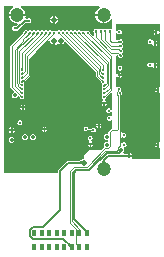
<source format=gbr>
%TF.GenerationSoftware,Altium Limited,Altium Designer,18.0.12 (696)*%
G04 Layer_Physical_Order=2*
G04 Layer_Color=39423*
%FSLAX45Y45*%
%MOMM*%
%TF.FileFunction,Copper,L2,Inr,Signal*%
%TF.Part,Single*%
G01*
G75*
%TA.AperFunction,Conductor*%
%ADD20C,0.15000*%
%ADD21C,0.07500*%
%ADD22C,0.20000*%
%ADD23C,0.07620*%
%ADD27C,0.05000*%
%TA.AperFunction,ComponentPad*%
G04:AMPARAMS|DCode=29|XSize=0.3mm|YSize=0.3mm|CornerRadius=0mm|HoleSize=0mm|Usage=FLASHONLY|Rotation=180.000|XOffset=0mm|YOffset=0mm|HoleType=Round|Shape=Octagon|*
%AMOCTAGOND29*
4,1,8,-0.15000,0.07500,-0.15000,-0.07500,-0.07500,-0.15000,0.07500,-0.15000,0.15000,-0.07500,0.15000,0.07500,0.07500,0.15000,-0.07500,0.15000,-0.15000,0.07500,0.0*
%
%ADD29OCTAGOND29*%

%ADD30O,0.40000X0.60000*%
%TA.AperFunction,ViaPad*%
%ADD31C,1.20000*%
%TA.AperFunction,ComponentPad*%
G04:AMPARAMS|DCode=32|XSize=0.3mm|YSize=0.3mm|CornerRadius=0mm|HoleSize=0mm|Usage=FLASHONLY|Rotation=90.000|XOffset=0mm|YOffset=0mm|HoleType=Round|Shape=Octagon|*
%AMOCTAGOND32*
4,1,8,0.07500,0.15000,-0.07500,0.15000,-0.15000,0.07500,-0.15000,-0.07500,-0.07500,-0.15000,0.07500,-0.15000,0.15000,-0.07500,0.15000,0.07500,0.07500,0.15000,0.0*
%
%ADD32OCTAGOND32*%

%TA.AperFunction,ViaPad*%
%ADD33C,0.25000*%
%ADD34C,0.30000*%
%ADD35C,0.50000*%
%TA.AperFunction,OtherPad,Pad gnd-u-gndupad (5.837mm,1.825mm)*%
G04:AMPARAMS|DCode=36|XSize=0.3mm|YSize=0.3mm|CornerRadius=0mm|HoleSize=0mm|Usage=FLASHONLY|Rotation=180.000|XOffset=0mm|YOffset=0mm|HoleType=Round|Shape=Octagon|*
%AMOCTAGOND36*
4,1,8,-0.15000,0.07500,-0.15000,-0.07500,-0.07500,-0.15000,0.07500,-0.15000,0.15000,-0.07500,0.15000,0.07500,0.07500,0.15000,-0.07500,0.15000,-0.15000,0.07500,0.0*
%
%ADD36OCTAGOND36*%

G36*
X-400040Y1449999D02*
X-397514Y1437299D01*
X-400302Y1436145D01*
X-414924Y1424925D01*
X-426144Y1410302D01*
X-433198Y1393274D01*
X-434616Y1382500D01*
X-295383D01*
X-296802Y1393274D01*
X-303855Y1410302D01*
X-315075Y1424925D01*
X-329698Y1436145D01*
X-332485Y1437299D01*
X-329959Y1449999D01*
X329959Y1449999D01*
X332485Y1437299D01*
X329698Y1436145D01*
X315076Y1424925D01*
X303856Y1410302D01*
X296802Y1393274D01*
X295384Y1382500D01*
X365000D01*
Y1375000D01*
X372500D01*
Y1305384D01*
X383274Y1306802D01*
X400302Y1313855D01*
X414925Y1325076D01*
X426145Y1339698D01*
X427299Y1342485D01*
X439999Y1339959D01*
Y1265966D01*
X427877Y1258883D01*
X427299Y1258940D01*
X420000Y1260392D01*
X412197Y1258840D01*
X405581Y1254420D01*
X394419D01*
X387804Y1258840D01*
X380000Y1260392D01*
X372197Y1258840D01*
X365581Y1254420D01*
X354419D01*
X347804Y1258840D01*
X340000Y1260392D01*
X332196Y1258840D01*
X325581Y1254420D01*
X314419D01*
X307804Y1258840D01*
X300000Y1260392D01*
X292197Y1258840D01*
X285581Y1254420D01*
X281160Y1247804D01*
X279608Y1240000D01*
X281160Y1232197D01*
X285016Y1226426D01*
X285401Y1225444D01*
X286174Y1224641D01*
X286684Y1224040D01*
X287095Y1223484D01*
X287417Y1222974D01*
X287662Y1222510D01*
X287823Y1222132D01*
Y1202355D01*
X275123Y1197095D01*
X251245Y1220973D01*
X251092Y1221352D01*
X250936Y1221856D01*
X250803Y1222445D01*
X250701Y1223127D01*
X250637Y1223913D01*
X250615Y1225028D01*
X250193Y1225995D01*
X248839Y1232801D01*
X244419Y1239417D01*
X237803Y1243837D01*
X230000Y1245389D01*
X222196Y1243837D01*
X215580Y1239417D01*
X209419D01*
X202803Y1243837D01*
X195000Y1245389D01*
X187196Y1243837D01*
X180581Y1239417D01*
X174419D01*
X167803Y1243837D01*
X160000Y1245389D01*
X152196Y1243837D01*
X145581Y1239417D01*
X139419D01*
X132803Y1243837D01*
X125000Y1245389D01*
X117196Y1243837D01*
X116881Y1243626D01*
X107500Y1240458D01*
X98119Y1243626D01*
X97803Y1243837D01*
X90000Y1245389D01*
X82196Y1243837D01*
X81881Y1243626D01*
X72500Y1240458D01*
X63119Y1243626D01*
X62804Y1243837D01*
X55000Y1245389D01*
X47196Y1243837D01*
X46881Y1243626D01*
X37500Y1240458D01*
X28119Y1243626D01*
X27804Y1243837D01*
X20000Y1245389D01*
X12196Y1243837D01*
X5581Y1239417D01*
X-581D01*
X-7196Y1243837D01*
X-15000Y1245389D01*
X-22804Y1243837D01*
X-23119Y1243626D01*
X-32500Y1240458D01*
X-41881Y1243626D01*
X-42196Y1243837D01*
X-50000Y1245389D01*
X-57804Y1243837D01*
X-64419Y1239417D01*
X-70581D01*
X-77196Y1243837D01*
X-85000Y1245389D01*
X-92803Y1243837D01*
X-99419Y1239417D01*
X-105581D01*
X-112196Y1243837D01*
X-120000Y1245389D01*
X-127803Y1243837D01*
X-134419Y1239417D01*
X-140581D01*
X-147196Y1243837D01*
X-155000Y1245389D01*
X-162803Y1243837D01*
X-169419Y1239417D01*
X-175581D01*
X-182196Y1243837D01*
X-190000Y1245389D01*
X-197803Y1243837D01*
X-204419Y1239417D01*
X-210580D01*
X-217196Y1243837D01*
X-225000Y1245389D01*
X-232803Y1243837D01*
X-239419Y1239417D01*
X-245580D01*
X-252196Y1243837D01*
X-259999Y1245389D01*
X-267803Y1243837D01*
X-278256Y1241355D01*
X-284871Y1245776D01*
X-292675Y1247328D01*
X-300479Y1245776D01*
X-307094Y1241355D01*
X-311515Y1234739D01*
X-312869Y1227933D01*
X-313291Y1226966D01*
X-313312Y1225851D01*
X-313377Y1225065D01*
X-313479Y1224383D01*
X-313612Y1223794D01*
X-313768Y1223290D01*
X-313920Y1222912D01*
X-419360Y1117471D01*
X-422927Y1108861D01*
Y765510D01*
X-419360Y756900D01*
X-391694Y729233D01*
X-396554Y717500D01*
X-399069D01*
X-410319Y706250D01*
Y683750D01*
X-399069Y672500D01*
X-376569D01*
X-365319Y683750D01*
X-352990Y687161D01*
X-349738Y685193D01*
X-346322Y682629D01*
X-345907Y682211D01*
X-345783Y681586D01*
X-345667Y680731D01*
X-345577Y679572D01*
X-344857Y678156D01*
X-343840Y673044D01*
X-339419Y666429D01*
X-332804Y662008D01*
X-325000Y660456D01*
X-317196Y662008D01*
X-310581Y666429D01*
X-306160Y673044D01*
X-304608Y680848D01*
X-306160Y688652D01*
X-310581Y695267D01*
Y698929D01*
X-306160Y705545D01*
X-304608Y713348D01*
X-306160Y721152D01*
X-310581Y727767D01*
Y731430D01*
X-306160Y738045D01*
X-304608Y745849D01*
X-306160Y753652D01*
X-310581Y760268D01*
Y763930D01*
X-306160Y770545D01*
X-304608Y778349D01*
X-306160Y786153D01*
X-310581Y792768D01*
Y796430D01*
X-306160Y803046D01*
X-305144Y808157D01*
X-304423Y809573D01*
X-304333Y810732D01*
X-304217Y811587D01*
X-304068Y812338D01*
X-303893Y812995D01*
X-303695Y813568D01*
X-303484Y814058D01*
X-261390Y856151D01*
X-257823Y864762D01*
Y999954D01*
X-100420Y1157356D01*
X-100228Y1157355D01*
X-87462Y1152354D01*
X-85719Y1143594D01*
X-77984Y1132016D01*
X-66406Y1124281D01*
X-60250Y1123056D01*
Y1157250D01*
X-45250D01*
Y1123056D01*
X-39094Y1124281D01*
X-27517Y1132016D01*
X-15096Y1127745D01*
X-12156Y1125781D01*
X-6000Y1124556D01*
Y1158750D01*
X9000D01*
Y1124556D01*
X15156Y1125781D01*
X26734Y1133516D01*
X33176Y1143158D01*
X46892Y1147403D01*
X297823Y896472D01*
Y862692D01*
X301390Y854081D01*
X342423Y813048D01*
X342634Y812559D01*
X342832Y811986D01*
X343008Y811329D01*
X343157Y810574D01*
X343272Y809722D01*
X343363Y808563D01*
X344083Y807147D01*
X345100Y802035D01*
X349520Y795420D01*
X355402Y791490D01*
X351161Y785142D01*
X349608Y777339D01*
X351161Y769535D01*
X355581Y762920D01*
Y759258D01*
X351161Y752642D01*
X349608Y744838D01*
X351161Y737035D01*
X355581Y730419D01*
Y726757D01*
X351161Y720142D01*
X349608Y712338D01*
X351161Y704535D01*
X355581Y697919D01*
Y694257D01*
X351161Y687641D01*
X349608Y679838D01*
X351161Y672034D01*
X355581Y665419D01*
X362082Y661075D01*
X362197Y660460D01*
X362220Y648736D01*
X362095Y648069D01*
X354779Y643181D01*
X349806Y635738D01*
X349551Y634459D01*
X392449D01*
X392194Y635738D01*
X387221Y643181D01*
X379779Y648153D01*
X379053Y648298D01*
X378015Y658852D01*
X378377Y661381D01*
X384420Y665419D01*
X388840Y672034D01*
X389856Y677145D01*
X390577Y678561D01*
X390668Y679721D01*
X390783Y680576D01*
X390932Y681326D01*
X391108Y681983D01*
X391306Y682557D01*
X391517Y683046D01*
X427299Y718828D01*
X439999Y713568D01*
Y582417D01*
X428218Y574639D01*
X427299Y574747D01*
X423509Y580418D01*
X416894Y584839D01*
X409090Y586391D01*
X401286Y584839D01*
X394671Y580418D01*
X390250Y573803D01*
X388698Y565999D01*
X390250Y558195D01*
X394671Y551580D01*
X401286Y547159D01*
X409090Y545607D01*
X416894Y547159D01*
X423509Y551580D01*
X427299Y557252D01*
X428218Y557359D01*
X439999Y549582D01*
X439999Y521445D01*
X435158Y518231D01*
X427299Y515836D01*
X422804Y518840D01*
X415000Y520392D01*
X407197Y518840D01*
X400581Y514419D01*
X396160Y507804D01*
X394608Y500000D01*
X396160Y492196D01*
X400581Y485581D01*
X407197Y481160D01*
X415000Y479608D01*
X422804Y481160D01*
X427299Y484164D01*
X435158Y481769D01*
X439999Y478555D01*
Y412427D01*
X433000D01*
X424390Y408860D01*
X409140Y393610D01*
X405573Y385000D01*
Y367127D01*
X402250Y365750D01*
X379750D01*
X368500Y354500D01*
Y332000D01*
X379750Y320750D01*
X402250D01*
X405573Y319374D01*
Y301876D01*
X402250Y300500D01*
X379750D01*
X368500Y289250D01*
Y266750D01*
X371965Y263285D01*
X370139Y254110D01*
X343758Y227729D01*
X244129Y228000D01*
X200000Y183871D01*
Y159946D01*
X199949Y159904D01*
X186292Y157187D01*
X174715Y149452D01*
X170999Y143889D01*
X170557Y143703D01*
X169121Y143232D01*
X167559Y142854D01*
X165861Y142574D01*
X164022Y142400D01*
X161792Y142333D01*
X161188Y142061D01*
X64968D01*
X58140Y140703D01*
X52351Y136835D01*
X-14367Y70117D01*
X-18235Y64328D01*
X-19593Y57500D01*
Y35000D01*
X-478251Y34999D01*
X-478250Y1449999D01*
X-400040D01*
D02*
G37*
G36*
X845000Y1234472D02*
X832300Y1233221D01*
X831194Y1238779D01*
X826222Y1246222D01*
X818779Y1251194D01*
X817500Y1251449D01*
Y1230000D01*
Y1208551D01*
X818779Y1208806D01*
X826222Y1213779D01*
X831194Y1221221D01*
X832300Y1226779D01*
X845000Y1225528D01*
Y768971D01*
X835423Y762334D01*
X832500Y761543D01*
Y740000D01*
Y718458D01*
X835423Y717666D01*
X845000Y711029D01*
Y306556D01*
X841365Y303417D01*
X833750Y299276D01*
Y276750D01*
Y254224D01*
X841365Y250083D01*
X845000Y246944D01*
Y155000D01*
X611710Y155000D01*
X606450Y167700D01*
X608750Y170000D01*
Y175000D01*
X583749D01*
Y182500D01*
X576402D01*
Y167805D01*
X574885Y169172D01*
X573212Y170395D01*
X571383Y171474D01*
X569397Y172410D01*
X567256Y173201D01*
X564958Y173849D01*
X562505Y174352D01*
X559895Y174712D01*
X557129Y174928D01*
X554207Y175000D01*
Y190000D01*
X557129Y190072D01*
X559895Y190288D01*
X562505Y190648D01*
X564958Y191151D01*
X567256Y191799D01*
X569397Y192590D01*
X571383Y193526D01*
X573212Y194605D01*
X574885Y195828D01*
X576249Y197057D01*
Y207500D01*
X571250D01*
X562731Y198981D01*
X561536Y198736D01*
X534546D01*
X529686Y211436D01*
X537500Y219250D01*
Y241750D01*
X534870Y244380D01*
X538364Y252957D01*
X540670Y256541D01*
X547554Y257910D01*
X554169Y262331D01*
X558590Y268946D01*
X560142Y276750D01*
X558590Y284554D01*
X554169Y291169D01*
X547554Y295590D01*
X539750Y297142D01*
X531946Y295590D01*
X526127Y291701D01*
X521896Y292625D01*
X513427Y296214D01*
Y333168D01*
X526127Y339875D01*
X527197Y339160D01*
X535000Y337608D01*
X542804Y339160D01*
X549420Y343581D01*
X553840Y350196D01*
X555392Y358000D01*
X553840Y365804D01*
X549420Y372419D01*
X542804Y376840D01*
X535000Y378392D01*
X527197Y376840D01*
X526127Y376125D01*
X513427Y382832D01*
Y696582D01*
X515669Y698081D01*
X520090Y704696D01*
X521642Y712500D01*
X520090Y720304D01*
X515669Y726919D01*
X509668Y733051D01*
X512590Y741197D01*
X514142Y749000D01*
X512590Y756804D01*
X508169Y763419D01*
X501554Y767840D01*
X493750Y769392D01*
X485946Y767840D01*
X482700Y765671D01*
X471576Y769965D01*
X470000Y771296D01*
Y846541D01*
X482700Y850393D01*
X483779Y848779D01*
X491221Y843806D01*
X492500Y843551D01*
Y865000D01*
Y886449D01*
X491221Y886194D01*
X483779Y881222D01*
X482700Y879607D01*
X470000Y883459D01*
Y1029063D01*
X482402Y1036034D01*
X482936Y1035802D01*
X483247Y1035640D01*
X483702Y1035357D01*
X484493Y1034761D01*
X489378Y1030261D01*
X489384Y1029971D01*
X489806Y1029004D01*
X491160Y1022197D01*
X495581Y1015581D01*
X502196Y1011161D01*
X510000Y1009609D01*
X517804Y1011161D01*
X524419Y1015581D01*
X528840Y1022197D01*
X530392Y1030000D01*
X528840Y1037804D01*
X524419Y1044420D01*
Y1055581D01*
X528840Y1062197D01*
X530392Y1070000D01*
X528840Y1077804D01*
X524419Y1084420D01*
Y1095582D01*
X528840Y1102197D01*
X530392Y1110001D01*
X528840Y1117804D01*
X524419Y1124420D01*
Y1135581D01*
X528840Y1142197D01*
X530392Y1150000D01*
X528840Y1157804D01*
X524419Y1164420D01*
X517804Y1168840D01*
X510000Y1170392D01*
X502196Y1168840D01*
X496426Y1164985D01*
X495444Y1164600D01*
X494640Y1163826D01*
X494040Y1163317D01*
X493483Y1162905D01*
X492974Y1162583D01*
X492509Y1162338D01*
X492132Y1162178D01*
X470000D01*
Y1217780D01*
X471467Y1218360D01*
X482700Y1219892D01*
X485581Y1215581D01*
X492196Y1211160D01*
X500000Y1209608D01*
X507804Y1211160D01*
X514419Y1215581D01*
X518840Y1222196D01*
X520392Y1230000D01*
X518840Y1237804D01*
X514419Y1244419D01*
X507804Y1248840D01*
X500000Y1250392D01*
X492196Y1248840D01*
X485581Y1244419D01*
X482700Y1240108D01*
X471467Y1241640D01*
X470000Y1242221D01*
Y1295000D01*
X845000Y1295000D01*
Y1234472D01*
D02*
G37*
G36*
X427800Y1230086D02*
X426950Y1229085D01*
X426200Y1228070D01*
X425550Y1227041D01*
X425000Y1225999D01*
X424550Y1224942D01*
X424200Y1223871D01*
X423950Y1222787D01*
X423800Y1221688D01*
X423750Y1220576D01*
X416250D01*
X416200Y1221688D01*
X416050Y1222787D01*
X415800Y1223871D01*
X415450Y1224942D01*
X415000Y1225999D01*
X414450Y1227041D01*
X413800Y1228070D01*
X413050Y1229085D01*
X412200Y1230086D01*
X411250Y1231073D01*
X428750D01*
X427800Y1230086D01*
D02*
G37*
G36*
X387800D02*
X386950Y1229085D01*
X386200Y1228070D01*
X385550Y1227041D01*
X385000Y1225999D01*
X384550Y1224942D01*
X384200Y1223871D01*
X383950Y1222787D01*
X383800Y1221688D01*
X383750Y1220576D01*
X376250D01*
X376200Y1221688D01*
X376050Y1222787D01*
X375800Y1223871D01*
X375450Y1224942D01*
X375000Y1225999D01*
X374450Y1227041D01*
X373800Y1228070D01*
X373050Y1229085D01*
X372200Y1230086D01*
X371250Y1231073D01*
X388750D01*
X387800Y1230086D01*
D02*
G37*
G36*
X347800D02*
X346950Y1229085D01*
X346200Y1228070D01*
X345550Y1227041D01*
X345000Y1225999D01*
X344550Y1224942D01*
X344200Y1223871D01*
X343950Y1222787D01*
X343800Y1221688D01*
X343750Y1220576D01*
X336250D01*
X336200Y1221688D01*
X336050Y1222787D01*
X335800Y1223871D01*
X335450Y1224942D01*
X335000Y1225999D01*
X334450Y1227041D01*
X333800Y1228070D01*
X333050Y1229085D01*
X332200Y1230086D01*
X331250Y1231073D01*
X348750D01*
X347800Y1230086D01*
D02*
G37*
G36*
X307800D02*
X306950Y1229085D01*
X306200Y1228070D01*
X305550Y1227041D01*
X305000Y1225999D01*
X304550Y1224942D01*
X304200Y1223871D01*
X303950Y1222787D01*
X303800Y1221688D01*
X303750Y1220576D01*
X296250D01*
X296200Y1221688D01*
X296050Y1222787D01*
X295800Y1223871D01*
X295450Y1224942D01*
X295000Y1225999D01*
X294450Y1227041D01*
X293800Y1228070D01*
X293050Y1229085D01*
X292200Y1230086D01*
X291250Y1231073D01*
X308750D01*
X307800Y1230086D01*
D02*
G37*
G36*
X-292800Y1214436D02*
X-294170Y1214410D01*
X-295479Y1214303D01*
X-296727Y1214116D01*
X-297914Y1213848D01*
X-299040Y1213500D01*
X-300106Y1213071D01*
X-301110Y1212561D01*
X-302054Y1211971D01*
X-302936Y1211300D01*
X-303758Y1210549D01*
X-309062Y1215853D01*
X-308311Y1216674D01*
X-307640Y1217557D01*
X-307050Y1218501D01*
X-306540Y1219505D01*
X-306111Y1220571D01*
X-305763Y1221697D01*
X-305495Y1222884D01*
X-305307Y1224132D01*
X-305201Y1225441D01*
X-305174Y1226811D01*
X-292800Y1214436D01*
D02*
G37*
G36*
X242525Y1223503D02*
X242632Y1222194D01*
X242819Y1220946D01*
X243087Y1219759D01*
X243436Y1218633D01*
X243865Y1217567D01*
X244374Y1216563D01*
X244964Y1215619D01*
X245635Y1214736D01*
X246386Y1213914D01*
X241083Y1208611D01*
X240261Y1209362D01*
X239378Y1210033D01*
X238434Y1210623D01*
X237430Y1211132D01*
X236365Y1211561D01*
X235238Y1211910D01*
X234051Y1212178D01*
X232803Y1212365D01*
X231494Y1212472D01*
X230125Y1212498D01*
X242499Y1224873D01*
X242525Y1223503D01*
D02*
G37*
G36*
X207525D02*
X207632Y1222194D01*
X207819Y1220946D01*
X208087Y1219759D01*
X208436Y1218633D01*
X208865Y1217567D01*
X209374Y1216563D01*
X209965Y1215619D01*
X210635Y1214736D01*
X211386Y1213914D01*
X206083Y1208611D01*
X205261Y1209362D01*
X204378Y1210033D01*
X203434Y1210623D01*
X202430Y1211132D01*
X201365Y1211561D01*
X200238Y1211910D01*
X199051Y1212178D01*
X197803Y1212365D01*
X196494Y1212472D01*
X195125Y1212498D01*
X207499Y1224873D01*
X207525Y1223503D01*
D02*
G37*
G36*
X172525D02*
X172632Y1222194D01*
X172820Y1220946D01*
X173087Y1219759D01*
X173436Y1218633D01*
X173865Y1217567D01*
X174374Y1216563D01*
X174965Y1215619D01*
X175635Y1214736D01*
X176386Y1213914D01*
X171083Y1208611D01*
X170261Y1209362D01*
X169378Y1210033D01*
X168435Y1210623D01*
X167430Y1211132D01*
X166365Y1211561D01*
X165238Y1211910D01*
X164051Y1212178D01*
X162803Y1212365D01*
X161494Y1212472D01*
X160125Y1212498D01*
X172499Y1224873D01*
X172525Y1223503D01*
D02*
G37*
G36*
X137525D02*
X137632Y1222194D01*
X137820Y1220946D01*
X138087Y1219759D01*
X138436Y1218633D01*
X138865Y1217567D01*
X139374Y1216563D01*
X139965Y1215619D01*
X140635Y1214736D01*
X141386Y1213914D01*
X136083Y1208611D01*
X135261Y1209362D01*
X134378Y1210033D01*
X133435Y1210623D01*
X132430Y1211132D01*
X131365Y1211561D01*
X130239Y1211910D01*
X129051Y1212178D01*
X127803Y1212365D01*
X126495Y1212472D01*
X125125Y1212498D01*
X137499Y1224873D01*
X137525Y1223503D01*
D02*
G37*
G36*
X102525D02*
X102632Y1222194D01*
X102820Y1220946D01*
X103087Y1219759D01*
X103436Y1218633D01*
X103865Y1217567D01*
X104374Y1216563D01*
X104965Y1215619D01*
X105635Y1214736D01*
X106386Y1213914D01*
X101083Y1208611D01*
X100261Y1209362D01*
X99379Y1210033D01*
X98435Y1210623D01*
X97430Y1211132D01*
X96365Y1211561D01*
X95239Y1211910D01*
X94051Y1212178D01*
X92803Y1212365D01*
X91495Y1212472D01*
X90125Y1212498D01*
X102499Y1224873D01*
X102525Y1223503D01*
D02*
G37*
G36*
X67525D02*
X67632Y1222194D01*
X67820Y1220946D01*
X68087Y1219759D01*
X68436Y1218633D01*
X68865Y1217567D01*
X69375Y1216563D01*
X69965Y1215619D01*
X70635Y1214736D01*
X71386Y1213914D01*
X66083Y1208611D01*
X65261Y1209362D01*
X64379Y1210033D01*
X63435Y1210623D01*
X62430Y1211132D01*
X61365Y1211561D01*
X60239Y1211910D01*
X59051Y1212178D01*
X57804Y1212365D01*
X56495Y1212472D01*
X55125Y1212498D01*
X67499Y1224873D01*
X67525Y1223503D01*
D02*
G37*
G36*
X32525D02*
X32632Y1222194D01*
X32820Y1220946D01*
X33088Y1219759D01*
X33436Y1218633D01*
X33865Y1217567D01*
X34375Y1216563D01*
X34965Y1215619D01*
X35635Y1214736D01*
X36387Y1213914D01*
X31083Y1208611D01*
X30261Y1209362D01*
X29379Y1210033D01*
X28435Y1210623D01*
X27430Y1211132D01*
X26365Y1211561D01*
X25239Y1211910D01*
X24052Y1212178D01*
X22804Y1212365D01*
X21495Y1212472D01*
X20125Y1212498D01*
X32499Y1224873D01*
X32525Y1223503D01*
D02*
G37*
G36*
X-2474D02*
X-2368Y1222194D01*
X-2180Y1220946D01*
X-1912Y1219759D01*
X-1564Y1218633D01*
X-1135Y1217567D01*
X-625Y1216563D01*
X-35Y1215619D01*
X636Y1214736D01*
X1387Y1213914D01*
X-3917Y1208611D01*
X-4739Y1209362D01*
X-5621Y1210033D01*
X-6565Y1210623D01*
X-7569Y1211132D01*
X-8635Y1211561D01*
X-9761Y1211910D01*
X-10948Y1212178D01*
X-12196Y1212365D01*
X-13505Y1212472D01*
X-14875Y1212498D01*
X-2501Y1224873D01*
X-2474Y1223503D01*
D02*
G37*
G36*
X-50125Y1212498D02*
X-51495Y1212472D01*
X-52804Y1212365D01*
X-54051Y1212178D01*
X-55239Y1211910D01*
X-56365Y1211561D01*
X-57430Y1211132D01*
X-58435Y1210623D01*
X-59379Y1210033D01*
X-60261Y1209362D01*
X-61083Y1208611D01*
X-66386Y1213914D01*
X-65635Y1214736D01*
X-64965Y1215619D01*
X-64375Y1216563D01*
X-63865Y1217567D01*
X-63436Y1218633D01*
X-63088Y1219759D01*
X-62820Y1220946D01*
X-62632Y1222194D01*
X-62525Y1223503D01*
X-62499Y1224873D01*
X-50125Y1212498D01*
D02*
G37*
G36*
X-85125D02*
X-86495Y1212472D01*
X-87803Y1212365D01*
X-89051Y1212178D01*
X-90239Y1211910D01*
X-91365Y1211561D01*
X-92430Y1211132D01*
X-93435Y1210623D01*
X-94379Y1210033D01*
X-95261Y1209362D01*
X-96083Y1208611D01*
X-101386Y1213914D01*
X-100635Y1214736D01*
X-99965Y1215619D01*
X-99374Y1216563D01*
X-98865Y1217567D01*
X-98436Y1218633D01*
X-98087Y1219759D01*
X-97820Y1220946D01*
X-97632Y1222194D01*
X-97525Y1223503D01*
X-97499Y1224873D01*
X-85125Y1212498D01*
D02*
G37*
G36*
X-120125D02*
X-121495Y1212472D01*
X-122803Y1212365D01*
X-124051Y1212178D01*
X-125239Y1211910D01*
X-126365Y1211561D01*
X-127430Y1211132D01*
X-128435Y1210623D01*
X-129378Y1210033D01*
X-130261Y1209362D01*
X-131083Y1208611D01*
X-136386Y1213914D01*
X-135635Y1214736D01*
X-134965Y1215619D01*
X-134374Y1216563D01*
X-133865Y1217567D01*
X-133436Y1218633D01*
X-133087Y1219759D01*
X-132820Y1220946D01*
X-132632Y1222194D01*
X-132525Y1223503D01*
X-132499Y1224873D01*
X-120125Y1212498D01*
D02*
G37*
G36*
X-155125D02*
X-156494Y1212472D01*
X-157803Y1212365D01*
X-159051Y1212178D01*
X-160238Y1211910D01*
X-161365Y1211561D01*
X-162430Y1211132D01*
X-163435Y1210623D01*
X-164378Y1210033D01*
X-165261Y1209362D01*
X-166083Y1208611D01*
X-171386Y1213914D01*
X-170635Y1214736D01*
X-169965Y1215619D01*
X-169374Y1216563D01*
X-168865Y1217567D01*
X-168436Y1218633D01*
X-168087Y1219759D01*
X-167820Y1220946D01*
X-167632Y1222194D01*
X-167525Y1223503D01*
X-167499Y1224873D01*
X-155125Y1212498D01*
D02*
G37*
G36*
X-190125D02*
X-191494Y1212472D01*
X-192803Y1212365D01*
X-194051Y1212178D01*
X-195238Y1211910D01*
X-196365Y1211561D01*
X-197430Y1211132D01*
X-198434Y1210623D01*
X-199378Y1210033D01*
X-200261Y1209362D01*
X-201083Y1208611D01*
X-206386Y1213914D01*
X-205635Y1214736D01*
X-204965Y1215619D01*
X-204374Y1216563D01*
X-203865Y1217567D01*
X-203436Y1218633D01*
X-203087Y1219759D01*
X-202820Y1220946D01*
X-202632Y1222194D01*
X-202525Y1223503D01*
X-202499Y1224873D01*
X-190125Y1212498D01*
D02*
G37*
G36*
X-225125D02*
X-226494Y1212472D01*
X-227803Y1212365D01*
X-229051Y1212178D01*
X-230238Y1211910D01*
X-231365Y1211561D01*
X-232430Y1211132D01*
X-233434Y1210623D01*
X-234378Y1210033D01*
X-235261Y1209362D01*
X-236083Y1208611D01*
X-241386Y1213914D01*
X-240635Y1214736D01*
X-239964Y1215619D01*
X-239374Y1216563D01*
X-238865Y1217567D01*
X-238436Y1218633D01*
X-238087Y1219759D01*
X-237819Y1220946D01*
X-237632Y1222194D01*
X-237525Y1223503D01*
X-237499Y1224873D01*
X-225125Y1212498D01*
D02*
G37*
G36*
X-260124D02*
X-261494Y1212472D01*
X-262803Y1212365D01*
X-264051Y1212178D01*
X-265238Y1211910D01*
X-266364Y1211561D01*
X-267430Y1211132D01*
X-268434Y1210623D01*
X-269378Y1210033D01*
X-270261Y1209362D01*
X-271083Y1208611D01*
X-276386Y1213914D01*
X-275635Y1214736D01*
X-274964Y1215619D01*
X-274374Y1216563D01*
X-273865Y1217567D01*
X-273436Y1218633D01*
X-273087Y1219759D01*
X-272819Y1220946D01*
X-272632Y1222194D01*
X-272525Y1223503D01*
X-272499Y1224873D01*
X-260124Y1212498D01*
D02*
G37*
G36*
X501073Y1141250D02*
X500086Y1142200D01*
X499085Y1143051D01*
X498070Y1143800D01*
X497041Y1144450D01*
X495998Y1145001D01*
X494942Y1145450D01*
X493871Y1145800D01*
X492787Y1146051D01*
X491688Y1146200D01*
X490576Y1146250D01*
Y1153751D01*
X491688Y1153801D01*
X492787Y1153950D01*
X493871Y1154201D01*
X494942Y1154551D01*
X495998Y1155000D01*
X497041Y1155551D01*
X498070Y1156201D01*
X499085Y1156950D01*
X500086Y1157801D01*
X501073Y1158751D01*
Y1141250D01*
D02*
G37*
G36*
Y1101251D02*
X500086Y1102200D01*
X499085Y1103051D01*
X498070Y1103800D01*
X497041Y1104450D01*
X495998Y1105001D01*
X494942Y1105450D01*
X493871Y1105800D01*
X492787Y1106051D01*
X491688Y1106200D01*
X490576Y1106251D01*
Y1113751D01*
X491688Y1113801D01*
X492787Y1113951D01*
X493871Y1114201D01*
X494942Y1114551D01*
X495998Y1115001D01*
X497041Y1115551D01*
X498070Y1116201D01*
X499085Y1116951D01*
X500086Y1117801D01*
X501073Y1118751D01*
Y1101251D01*
D02*
G37*
G36*
X499739Y1085636D02*
X500621Y1084965D01*
X501565Y1084375D01*
X502569Y1083865D01*
X503635Y1083436D01*
X504761Y1083088D01*
X505948Y1082820D01*
X507196Y1082633D01*
X508505Y1082526D01*
X509875Y1082500D01*
X497501Y1070125D01*
X497474Y1071495D01*
X497368Y1072804D01*
X497180Y1074052D01*
X496912Y1075239D01*
X496564Y1076365D01*
X496135Y1077431D01*
X495625Y1078435D01*
X495035Y1079379D01*
X494365Y1080262D01*
X493613Y1081084D01*
X498917Y1086387D01*
X499739Y1085636D01*
D02*
G37*
G36*
Y1045636D02*
X500621Y1044965D01*
X501565Y1044375D01*
X502569Y1043866D01*
X503635Y1043437D01*
X504761Y1043088D01*
X505948Y1042820D01*
X507196Y1042633D01*
X508505Y1042526D01*
X509875Y1042500D01*
X497501Y1030125D01*
X497474Y1031495D01*
X497368Y1032804D01*
X497180Y1034052D01*
X496912Y1035239D01*
X496564Y1036365D01*
X496135Y1037431D01*
X495625Y1038435D01*
X495035Y1039379D01*
X494365Y1040262D01*
X493613Y1041084D01*
X498917Y1046387D01*
X499739Y1045636D01*
D02*
G37*
G36*
X367740Y930185D02*
X367890Y929086D01*
X368140Y928002D01*
X368490Y926931D01*
X368940Y925874D01*
X369490Y924832D01*
X370140Y923803D01*
X370890Y922788D01*
X371740Y921787D01*
X372690Y920800D01*
X355190D01*
X356139Y921787D01*
X356990Y922788D01*
X357739Y923803D01*
X358389Y924832D01*
X358940Y925874D01*
X359389Y926931D01*
X359739Y928002D01*
X359990Y929086D01*
X360139Y930185D01*
X360190Y931297D01*
X367690D01*
X367740Y930185D01*
D02*
G37*
G36*
X-321200Y926662D02*
X-321050Y925564D01*
X-320800Y924479D01*
X-320450Y923409D01*
X-320000Y922352D01*
X-319450Y921309D01*
X-318800Y920280D01*
X-318050Y919265D01*
X-317200Y918264D01*
X-316250Y917277D01*
X-333750D01*
X-332800Y918264D01*
X-331950Y919265D01*
X-331200Y920280D01*
X-330550Y921309D01*
X-330000Y922352D01*
X-329550Y923409D01*
X-329200Y924479D01*
X-328950Y925564D01*
X-328800Y926662D01*
X-328750Y927774D01*
X-321250D01*
X-321200Y926662D01*
D02*
G37*
G36*
X-308260Y886199D02*
X-309003Y885389D01*
X-309675Y884514D01*
X-310277Y883576D01*
X-310808Y882573D01*
X-311269Y881505D01*
X-311660Y880374D01*
X-311980Y879178D01*
X-312229Y877918D01*
X-312408Y876594D01*
X-312517Y875206D01*
X-324106Y888318D01*
X-322762Y888265D01*
X-321474Y888301D01*
X-320243Y888428D01*
X-319069Y888646D01*
X-317952Y888954D01*
X-316892Y889351D01*
X-315889Y889839D01*
X-314942Y890418D01*
X-314053Y891086D01*
X-313221Y891845D01*
X-308260Y886199D01*
D02*
G37*
G36*
X349901Y890475D02*
X350784Y889805D01*
X351728Y889215D01*
X352732Y888705D01*
X353797Y888276D01*
X354924Y887928D01*
X356111Y887660D01*
X357359Y887472D01*
X358668Y887366D01*
X360037Y887339D01*
X347663Y874965D01*
X347637Y876335D01*
X347530Y877644D01*
X347342Y878892D01*
X347075Y880079D01*
X346726Y881205D01*
X346297Y882271D01*
X345788Y883275D01*
X345197Y884219D01*
X344527Y885101D01*
X343776Y885923D01*
X349079Y891227D01*
X349901Y890475D01*
D02*
G37*
G36*
X-308209Y853580D02*
X-308957Y852766D01*
X-309634Y851890D01*
X-310241Y850952D01*
X-310778Y849952D01*
X-311244Y848889D01*
X-311640Y847765D01*
X-311966Y846578D01*
X-312221Y845329D01*
X-312406Y844018D01*
X-312520Y842646D01*
X-324047Y855813D01*
X-322719Y855755D01*
X-321445Y855788D01*
X-320226Y855913D01*
X-319062Y856129D01*
X-317952Y856437D01*
X-316897Y856836D01*
X-315896Y857326D01*
X-314950Y857907D01*
X-314058Y858580D01*
X-313221Y859345D01*
X-308209Y853580D01*
D02*
G37*
G36*
X350880Y855918D02*
X351779Y855258D01*
X352718Y854718D01*
X353695Y854300D01*
X354712Y854002D01*
X355767Y853825D01*
X356862Y853768D01*
X357995Y853832D01*
X359168Y854017D01*
X360380Y854322D01*
X351889Y839020D01*
X351477Y840420D01*
X350557Y843005D01*
X350048Y844190D01*
X348935Y846343D01*
X348330Y847313D01*
X347693Y848210D01*
X347023Y849035D01*
X346322Y849789D01*
X350019Y856699D01*
X350880Y855918D01*
D02*
G37*
G36*
X-308260Y821198D02*
X-309003Y820388D01*
X-309675Y819513D01*
X-310277Y818575D01*
X-310808Y817572D01*
X-311269Y816505D01*
X-311660Y815374D01*
X-311980Y814178D01*
X-312229Y812918D01*
X-312408Y811593D01*
X-312517Y810205D01*
X-324106Y823317D01*
X-322762Y823264D01*
X-321474Y823301D01*
X-320243Y823428D01*
X-319069Y823645D01*
X-317952Y823953D01*
X-316892Y824351D01*
X-315889Y824839D01*
X-314942Y825417D01*
X-314053Y826085D01*
X-313221Y826844D01*
X-308260Y821198D01*
D02*
G37*
G36*
X352993Y825076D02*
X353882Y824407D01*
X354828Y823829D01*
X355832Y823341D01*
X356892Y822943D01*
X358009Y822635D01*
X359183Y822418D01*
X360414Y822291D01*
X361701Y822254D01*
X363046Y822307D01*
X351456Y809195D01*
X351348Y810584D01*
X351169Y811908D01*
X350919Y813168D01*
X350599Y814364D01*
X350209Y815495D01*
X349748Y816562D01*
X349217Y817565D01*
X348615Y818504D01*
X347943Y819378D01*
X347200Y820188D01*
X352161Y825834D01*
X352993Y825076D01*
D02*
G37*
G36*
X-335947Y793585D02*
X-335058Y792917D01*
X-334112Y792339D01*
X-333109Y791850D01*
X-332048Y791453D01*
X-330931Y791145D01*
X-329757Y790928D01*
X-328526Y790801D01*
X-327239Y790764D01*
X-325894Y790817D01*
X-337483Y777705D01*
X-337592Y779093D01*
X-337771Y780418D01*
X-338020Y781677D01*
X-338340Y782873D01*
X-338731Y784005D01*
X-339192Y785072D01*
X-339723Y786075D01*
X-340325Y787013D01*
X-340997Y787888D01*
X-341740Y788698D01*
X-336779Y794344D01*
X-335947Y793585D01*
D02*
G37*
G36*
X386387Y788422D02*
X385636Y787600D01*
X384965Y786718D01*
X384375Y785774D01*
X383865Y784769D01*
X383436Y783704D01*
X383088Y782578D01*
X382820Y781390D01*
X382633Y780142D01*
X382526Y778834D01*
X382500Y777464D01*
X370125Y789838D01*
X371495Y789864D01*
X372804Y789971D01*
X374052Y790159D01*
X375239Y790426D01*
X376365Y790775D01*
X377431Y791204D01*
X378435Y791713D01*
X379379Y792304D01*
X380262Y792974D01*
X381084Y793725D01*
X386387Y788422D01*
D02*
G37*
G36*
X386740Y755187D02*
X385997Y754377D01*
X385325Y753503D01*
X384723Y752564D01*
X384192Y751561D01*
X383731Y750494D01*
X383341Y749363D01*
X383021Y748167D01*
X382771Y746907D01*
X382592Y745583D01*
X382484Y744194D01*
X370894Y757307D01*
X372239Y757253D01*
X373527Y757290D01*
X374757Y757417D01*
X375931Y757635D01*
X377049Y757942D01*
X378109Y758340D01*
X379112Y758828D01*
X380058Y759406D01*
X380947Y760075D01*
X381780Y760833D01*
X386740Y755187D01*
D02*
G37*
G36*
X-335947Y761085D02*
X-335058Y760416D01*
X-334112Y759838D01*
X-333109Y759350D01*
X-332048Y758952D01*
X-330931Y758645D01*
X-329757Y758427D01*
X-328526Y758300D01*
X-327239Y758263D01*
X-325894Y758317D01*
X-337483Y745205D01*
X-337592Y746593D01*
X-337771Y747917D01*
X-338020Y749177D01*
X-338340Y750373D01*
X-338731Y751504D01*
X-339192Y752572D01*
X-339723Y753574D01*
X-340325Y754513D01*
X-340997Y755387D01*
X-341740Y756197D01*
X-336779Y761844D01*
X-335947Y761085D01*
D02*
G37*
G36*
X493333Y736507D02*
X493175Y736483D01*
X493033Y736399D01*
X492908Y736256D01*
X492800Y736053D01*
X492708Y735791D01*
X492633Y735469D01*
X492575Y735088D01*
X492533Y734648D01*
X492500Y733588D01*
X485000D01*
X484873Y740199D01*
X493333Y736507D01*
D02*
G37*
G36*
X386740Y722687D02*
X385997Y721877D01*
X385325Y721002D01*
X384723Y720064D01*
X384192Y719061D01*
X383731Y717994D01*
X383341Y716862D01*
X383021Y715667D01*
X382771Y714407D01*
X382592Y713082D01*
X382484Y711694D01*
X370894Y724806D01*
X372239Y724753D01*
X373527Y724790D01*
X374757Y724917D01*
X375931Y725134D01*
X377049Y725442D01*
X378109Y725840D01*
X379112Y726328D01*
X380058Y726906D01*
X380947Y727574D01*
X381780Y728333D01*
X386740Y722687D01*
D02*
G37*
G36*
X-335947Y728585D02*
X-335058Y727916D01*
X-334112Y727338D01*
X-333109Y726850D01*
X-332048Y726452D01*
X-330931Y726144D01*
X-329757Y725927D01*
X-328526Y725800D01*
X-327239Y725763D01*
X-325894Y725816D01*
X-337483Y712704D01*
X-337592Y714093D01*
X-337771Y715417D01*
X-338020Y716677D01*
X-338340Y717873D01*
X-338731Y719004D01*
X-339192Y720071D01*
X-339723Y721074D01*
X-340325Y722013D01*
X-340997Y722887D01*
X-341740Y723697D01*
X-336779Y729343D01*
X-335947Y728585D01*
D02*
G37*
G36*
X386740Y690187D02*
X385997Y689377D01*
X385325Y688502D01*
X384723Y687564D01*
X384192Y686561D01*
X383731Y685493D01*
X383341Y684362D01*
X383021Y683166D01*
X382771Y681906D01*
X382592Y680582D01*
X382484Y679194D01*
X370894Y692306D01*
X372239Y692253D01*
X373527Y692289D01*
X374757Y692416D01*
X375931Y692634D01*
X377049Y692941D01*
X378109Y693339D01*
X379112Y693827D01*
X380058Y694406D01*
X380947Y695074D01*
X381780Y695833D01*
X386740Y690187D01*
D02*
G37*
G36*
X-335947Y696084D02*
X-335058Y695416D01*
X-334112Y694838D01*
X-333109Y694349D01*
X-332048Y693952D01*
X-330931Y693644D01*
X-329757Y693427D01*
X-328526Y693300D01*
X-327239Y693263D01*
X-325894Y693316D01*
X-337483Y680204D01*
X-337592Y681592D01*
X-337771Y682917D01*
X-338020Y684176D01*
X-338340Y685372D01*
X-338731Y686504D01*
X-339192Y687571D01*
X-339723Y688574D01*
X-340325Y689512D01*
X-340997Y690387D01*
X-341740Y691197D01*
X-336779Y696843D01*
X-335947Y696084D01*
D02*
G37*
G36*
X517762Y216110D02*
X517001Y216592D01*
X516026Y216730D01*
X514839Y216525D01*
X513438Y215974D01*
X511823Y215080D01*
X509996Y213842D01*
X507955Y212259D01*
X503234Y208062D01*
X500553Y205447D01*
X489947Y216053D01*
X492562Y218734D01*
X498342Y225496D01*
X499580Y227323D01*
X500474Y228938D01*
X501025Y230339D01*
X501230Y231526D01*
X501092Y232501D01*
X500610Y233262D01*
X517762Y216110D01*
D02*
G37*
G36*
X372536Y142620D02*
X372823Y139411D01*
X373074Y138083D01*
X373396Y136937D01*
X373790Y135976D01*
X374256Y135198D01*
X374794Y134604D01*
X375403Y134194D01*
X376084Y133967D01*
X353917D01*
X354597Y134194D01*
X355207Y134604D01*
X355744Y135198D01*
X356210Y135976D01*
X356604Y136937D01*
X356927Y138083D01*
X357178Y139411D01*
X357357Y140924D01*
X357464Y142620D01*
X357500Y144500D01*
X372500D01*
X372536Y142620D01*
D02*
G37*
G36*
X182095Y106718D02*
X180571Y108143D01*
X178940Y109418D01*
X177202Y110543D01*
X175357Y111518D01*
X173405Y112343D01*
X171345Y113018D01*
X169179Y113543D01*
X166905Y113918D01*
X164524Y114143D01*
X162036Y114218D01*
Y134218D01*
X164524Y134293D01*
X166905Y134518D01*
X169179Y134893D01*
X171345Y135418D01*
X173405Y136093D01*
X175357Y136918D01*
X177202Y137893D01*
X178940Y139018D01*
X180571Y140293D01*
X182095Y141718D01*
Y106718D01*
D02*
G37*
G36*
X164243Y-438666D02*
X164477Y-441700D01*
X164618Y-442441D01*
X164790Y-443048D01*
X164993Y-443520D01*
X165228Y-443857D01*
X165494Y-444059D01*
X165791Y-444127D01*
X155163D01*
X155460Y-444059D01*
X155726Y-443857D01*
X155961Y-443520D01*
X156164Y-443048D01*
X156336Y-442441D01*
X156477Y-441700D01*
X156586Y-440823D01*
X156711Y-438666D01*
X156727Y-437385D01*
X164227D01*
X164243Y-438666D01*
D02*
G37*
G36*
X210891Y-436051D02*
X216199Y-440540D01*
X218582Y-442205D01*
X220783Y-443483D01*
X222802Y-444376D01*
X224640Y-444882D01*
X226297Y-445002D01*
X227773Y-444735D01*
X229067Y-444082D01*
X204504Y-461347D01*
X205516Y-460389D01*
X206117Y-459228D01*
X206306Y-457862D01*
X206085Y-456293D01*
X205452Y-454520D01*
X204408Y-452543D01*
X202953Y-450363D01*
X201087Y-447978D01*
X198810Y-445390D01*
X196122Y-442598D01*
X207965Y-433227D01*
X210891Y-436051D01*
D02*
G37*
G36*
X140284Y-566591D02*
X141381Y-567532D01*
X142386Y-568275D01*
X143297Y-568822D01*
X144116Y-569170D01*
X144841Y-569321D01*
X145473Y-569275D01*
X146012Y-569031D01*
X146458Y-568590D01*
X146811Y-567951D01*
X140701Y-582666D01*
X140917Y-581932D01*
X140977Y-581143D01*
X140883Y-580299D01*
X140634Y-579400D01*
X140230Y-578446D01*
X139671Y-577437D01*
X138957Y-576373D01*
X138088Y-575254D01*
X137064Y-574080D01*
X135885Y-572852D01*
X139093Y-565453D01*
X140284Y-566591D01*
D02*
G37*
G36*
X74989Y-555821D02*
X81711Y-561431D01*
X84613Y-563359D01*
X87208Y-564703D01*
X89496Y-565462D01*
X91479Y-565637D01*
X93155Y-565228D01*
X94525Y-564234D01*
X95588Y-562656D01*
X77251Y-600343D01*
X77922Y-598385D01*
X78122Y-596233D01*
X77853Y-593888D01*
X77113Y-591350D01*
X75904Y-588618D01*
X74224Y-585693D01*
X72074Y-582574D01*
X69454Y-579262D01*
X66364Y-575757D01*
X62804Y-572059D01*
X71169Y-552139D01*
X74989Y-555821D01*
D02*
G37*
%LPC*%
G36*
X-44250Y1370194D02*
Y1343500D01*
X-17556D01*
X-18781Y1349656D01*
X-26516Y1361234D01*
X-38094Y1368969D01*
X-44250Y1370194D01*
D02*
G37*
G36*
X-59250D02*
X-65406Y1368969D01*
X-76984Y1361234D01*
X-84719Y1349656D01*
X-85944Y1343500D01*
X-59250D01*
Y1370194D01*
D02*
G37*
G36*
X357500Y1367500D02*
X295384D01*
X296802Y1356727D01*
X303856Y1339698D01*
X315076Y1325076D01*
X329698Y1313855D01*
X346727Y1306802D01*
X357500Y1305384D01*
Y1367500D01*
D02*
G37*
G36*
X-295383D02*
X-434616D01*
X-433198Y1356727D01*
X-426144Y1339698D01*
X-414924Y1325076D01*
X-400302Y1313855D01*
X-383273Y1306802D01*
X-368708Y1304884D01*
X-362791Y1292841D01*
X-375423Y1280209D01*
X-379040Y1282625D01*
X-387819Y1284372D01*
X-396598Y1282625D01*
X-404041Y1277652D01*
X-409014Y1270210D01*
X-410760Y1261431D01*
X-409014Y1252652D01*
X-404041Y1245209D01*
X-396598Y1240236D01*
X-387819Y1238490D01*
X-379040Y1240236D01*
X-374024Y1243588D01*
X-368967D01*
X-362139Y1244946D01*
X-356350Y1248814D01*
X-296507Y1308657D01*
X-289863D01*
X-289204Y1308382D01*
X-287570Y1308377D01*
X-282734Y1308264D01*
X-282138Y1308218D01*
X-277779Y1305305D01*
X-269000Y1303559D01*
X-260221Y1305305D01*
X-252779Y1310279D01*
X-247805Y1317721D01*
X-246059Y1326500D01*
X-247805Y1335279D01*
X-252779Y1342721D01*
X-260221Y1347695D01*
X-269000Y1349441D01*
X-277779Y1347695D01*
X-281781Y1345020D01*
X-288041Y1344690D01*
X-294561Y1350418D01*
X-296979Y1354037D01*
X-296760Y1357043D01*
X-295383Y1367500D01*
D02*
G37*
G36*
X-17556Y1328500D02*
X-44250D01*
Y1301806D01*
X-38094Y1303031D01*
X-26516Y1310766D01*
X-18781Y1322344D01*
X-17556Y1328500D01*
D02*
G37*
G36*
X-59250D02*
X-85944D01*
X-84719Y1322344D01*
X-76984Y1310766D01*
X-65406Y1303031D01*
X-59250Y1301806D01*
Y1328500D01*
D02*
G37*
G36*
X392449Y619459D02*
X378500D01*
Y605510D01*
X379779Y605765D01*
X387221Y610738D01*
X392194Y618180D01*
X392449Y619459D01*
D02*
G37*
G36*
X363500D02*
X349551D01*
X349806Y618180D01*
X354779Y610738D01*
X362221Y605765D01*
X363500Y605510D01*
Y619459D01*
D02*
G37*
G36*
X-309264Y616449D02*
Y602500D01*
X-295315D01*
X-295569Y603779D01*
X-300542Y611222D01*
X-307985Y616194D01*
X-309264Y616449D01*
D02*
G37*
G36*
X-324264D02*
X-325543Y616194D01*
X-332985Y611222D01*
X-337958Y603779D01*
X-338212Y602500D01*
X-324264D01*
Y616449D01*
D02*
G37*
G36*
X-295315Y587500D02*
X-309264D01*
Y573551D01*
X-307985Y573806D01*
X-300542Y578779D01*
X-295569Y586221D01*
X-295315Y587500D01*
D02*
G37*
G36*
X-324264D02*
X-338212D01*
X-337958Y586221D01*
X-332985Y578779D01*
X-325543Y573806D01*
X-324264Y573551D01*
Y587500D01*
D02*
G37*
G36*
X332497Y460645D02*
Y446696D01*
X346446D01*
X346191Y447975D01*
X341218Y455418D01*
X333776Y460390D01*
X332497Y460645D01*
D02*
G37*
G36*
X317497D02*
X316218Y460390D01*
X308775Y455418D01*
X303803Y447975D01*
X303548Y446696D01*
X317497D01*
Y460645D01*
D02*
G37*
G36*
X-343750Y483392D02*
X-351554Y481840D01*
X-358169Y477419D01*
X-362590Y470804D01*
X-364142Y463000D01*
X-362590Y455196D01*
X-358169Y448581D01*
X-351554Y444160D01*
X-343750Y442608D01*
X-335946Y444160D01*
X-329331Y448581D01*
X-324910Y455196D01*
X-323358Y463000D01*
X-324910Y470804D01*
X-329331Y477419D01*
X-335946Y481840D01*
X-343750Y483392D01*
D02*
G37*
G36*
X346446Y431696D02*
X332497D01*
Y417747D01*
X333776Y418002D01*
X341218Y422975D01*
X346191Y430417D01*
X346446Y431696D01*
D02*
G37*
G36*
X317497D02*
X303548D01*
X303803Y430417D01*
X308775Y422975D01*
X316218Y418002D01*
X317497Y417747D01*
Y431696D01*
D02*
G37*
G36*
X-127135Y430648D02*
Y416699D01*
X-113186D01*
X-113440Y417978D01*
X-118413Y425421D01*
X-125856Y430393D01*
X-127135Y430648D01*
D02*
G37*
G36*
X-142135D02*
X-143414Y430393D01*
X-150856Y425421D01*
X-155829Y417978D01*
X-156084Y416699D01*
X-142135D01*
Y430648D01*
D02*
G37*
G36*
X-399750Y423500D02*
X-404750D01*
Y406000D01*
X-387250D01*
Y411000D01*
X-399750Y423500D01*
D02*
G37*
G36*
X-419749D02*
X-424750D01*
X-437250Y411000D01*
Y406000D01*
X-419749D01*
Y423500D01*
D02*
G37*
G36*
X-113186Y401699D02*
X-127135D01*
Y387750D01*
X-125856Y388005D01*
X-118413Y392978D01*
X-113440Y400420D01*
X-113186Y401699D01*
D02*
G37*
G36*
X-142135D02*
X-156084D01*
X-155829Y400420D01*
X-150856Y392978D01*
X-143414Y388005D01*
X-142135Y387750D01*
Y401699D01*
D02*
G37*
G36*
X218115Y431982D02*
X210312Y430430D01*
X203696Y426009D01*
X199276Y419394D01*
X197724Y411590D01*
X199276Y403786D01*
X203696Y397171D01*
X210312Y392750D01*
X218115Y391198D01*
X224290Y392426D01*
X227986Y390896D01*
X260791D01*
X260843Y390873D01*
X261330Y390617D01*
X261940Y390234D01*
X262579Y389773D01*
X264453Y388169D01*
X265468Y387173D01*
X266428Y386786D01*
X272275Y382880D01*
X280079Y381328D01*
X287883Y382880D01*
X294498Y387300D01*
X298919Y393916D01*
X300471Y401720D01*
X298919Y409523D01*
X294498Y416139D01*
X287883Y420559D01*
X280079Y422111D01*
X272275Y420559D01*
X266595Y416764D01*
X265591Y416384D01*
X263411Y414334D01*
X262666Y413729D01*
X261943Y413206D01*
X261330Y412822D01*
X260843Y412566D01*
X260791Y412543D01*
X238318D01*
X236955Y419394D01*
X232535Y426009D01*
X225919Y430430D01*
X218115Y431982D01*
D02*
G37*
G36*
X-387250Y391000D02*
X-404750D01*
Y373500D01*
X-399750D01*
X-387250Y386000D01*
Y391000D01*
D02*
G37*
G36*
X-419749D02*
X-437250D01*
Y386000D01*
X-424750Y373500D01*
X-419749D01*
Y391000D01*
D02*
G37*
G36*
X-221500Y365750D02*
X-244000D01*
X-255250Y354500D01*
Y332000D01*
X-244000Y320750D01*
X-221500D01*
X-210250Y332000D01*
Y354500D01*
X-221500Y365750D01*
D02*
G37*
G36*
X-289500D02*
X-312000D01*
X-323250Y354500D01*
Y332000D01*
X-312000Y320750D01*
X-289500D01*
X-278250Y332000D01*
Y354500D01*
X-289500Y365750D01*
D02*
G37*
G36*
X-401750Y338000D02*
X-424250D01*
X-435500Y326750D01*
Y304250D01*
X-424250Y293000D01*
X-401750D01*
X-390500Y304250D01*
Y326750D01*
X-401750Y338000D01*
D02*
G37*
G36*
X252692Y355579D02*
X244888Y354027D01*
X238273Y349606D01*
X233852Y342991D01*
X232300Y335187D01*
X233852Y327383D01*
X238273Y320768D01*
X243861Y317033D01*
X244959Y315535D01*
X245934Y304454D01*
X244803Y300247D01*
X238778Y296221D01*
X233805Y288778D01*
X233551Y287499D01*
X276448D01*
X276194Y288778D01*
X271221Y296221D01*
X264345Y300815D01*
X263734Y301402D01*
X261184Y313171D01*
X262087Y317372D01*
X262332Y317574D01*
X267111Y320768D01*
X271532Y327383D01*
X273084Y335187D01*
X271532Y342991D01*
X267111Y349606D01*
X260496Y354027D01*
X252692Y355579D01*
D02*
G37*
G36*
X276448Y272500D02*
X262499D01*
Y258551D01*
X263778Y258805D01*
X271221Y263778D01*
X276194Y271220D01*
X276448Y272500D01*
D02*
G37*
G36*
X247500D02*
X233551D01*
X233805Y271220D01*
X238778Y263778D01*
X246220Y258805D01*
X247500Y258551D01*
Y272500D01*
D02*
G37*
%LPD*%
G36*
X-279712Y1316000D02*
X-279895Y1316095D01*
X-280248Y1316180D01*
X-280770Y1316255D01*
X-282324Y1316375D01*
X-287470Y1316495D01*
X-289180Y1316500D01*
Y1336500D01*
X-279712Y1337000D01*
Y1316000D01*
D02*
G37*
G36*
X271152Y392969D02*
X269941Y394157D01*
X267605Y396157D01*
X266480Y396969D01*
X265384Y397657D01*
X264316Y398219D01*
X263277Y398657D01*
X262267Y398969D01*
X261285Y399157D01*
X260331Y399220D01*
Y404219D01*
X261285Y404282D01*
X262267Y404470D01*
X263277Y404782D01*
X264316Y405220D01*
X265384Y405782D01*
X266480Y406470D01*
X267605Y407282D01*
X268759Y408219D01*
X271152Y410470D01*
Y392969D01*
D02*
G37*
%LPC*%
G36*
X802500Y1251449D02*
X801221Y1251194D01*
X793779Y1246222D01*
X788806Y1238779D01*
X788551Y1237500D01*
X802500D01*
Y1251449D01*
D02*
G37*
G36*
Y1222500D02*
X788551D01*
X788806Y1221221D01*
X793779Y1213779D01*
X801221Y1208806D01*
X802500Y1208551D01*
Y1222500D01*
D02*
G37*
G36*
X807500Y1156446D02*
Y1142497D01*
X821449D01*
X821195Y1143776D01*
X816222Y1151218D01*
X808779Y1156191D01*
X807500Y1156446D01*
D02*
G37*
G36*
X821449Y1127497D02*
X807500D01*
Y1113548D01*
X808779Y1113803D01*
X816222Y1118776D01*
X821195Y1126218D01*
X821449Y1127497D01*
D02*
G37*
G36*
X760001Y1170392D02*
X752197Y1168840D01*
X745581Y1164420D01*
X741161Y1157804D01*
X739609Y1150000D01*
X741161Y1142197D01*
X745581Y1135581D01*
X752197Y1131161D01*
X760001Y1129608D01*
X767804Y1131161D01*
X778806Y1126218D01*
X783779Y1118776D01*
X791221Y1113803D01*
X792501Y1113548D01*
Y1134997D01*
Y1156446D01*
X792076Y1156361D01*
X790629Y1156315D01*
X776454Y1161375D01*
X774420Y1164420D01*
X767804Y1168840D01*
X760001Y1170392D01*
D02*
G37*
G36*
X807500Y971449D02*
Y957500D01*
X821449D01*
X821195Y958779D01*
X816222Y966222D01*
X808779Y971194D01*
X807500Y971449D01*
D02*
G37*
G36*
X821449Y942500D02*
X807500D01*
Y928551D01*
X808779Y928806D01*
X816222Y933779D01*
X821195Y941221D01*
X821449Y942500D01*
D02*
G37*
G36*
X755001Y974273D02*
X747197Y972721D01*
X740581Y968301D01*
X736161Y961685D01*
X734609Y953882D01*
X736161Y946078D01*
X740581Y939462D01*
X747197Y935042D01*
X755001Y933490D01*
X762804Y935042D01*
X766965Y937822D01*
X771090Y939006D01*
X782338Y935936D01*
X783779Y933779D01*
X791221Y928806D01*
X792501Y928551D01*
Y950000D01*
Y971449D01*
X791221Y971194D01*
X784770Y966884D01*
X782509Y966377D01*
X769657Y967946D01*
X769420Y968301D01*
X762804Y972721D01*
X755001Y974273D01*
D02*
G37*
G36*
X505001Y945392D02*
X497197Y943840D01*
X490581Y939420D01*
X486161Y932804D01*
X484609Y925000D01*
X486161Y917197D01*
X490581Y910581D01*
X497197Y906160D01*
X505001Y904608D01*
X512804Y906160D01*
X519420Y910581D01*
X523840Y917197D01*
X525392Y925000D01*
X523840Y932804D01*
X519420Y939420D01*
X512804Y943840D01*
X505001Y945392D01*
D02*
G37*
G36*
X507500Y886449D02*
Y872500D01*
X521449D01*
X521195Y873779D01*
X516222Y881222D01*
X508779Y886194D01*
X507500Y886449D01*
D02*
G37*
G36*
X521449Y857500D02*
X507500D01*
Y843551D01*
X508779Y843806D01*
X516222Y848779D01*
X521195Y856221D01*
X521449Y857500D01*
D02*
G37*
G36*
X817500Y761449D02*
X816221Y761194D01*
X808779Y756221D01*
X803806Y748779D01*
X803551Y747500D01*
X817500D01*
Y761449D01*
D02*
G37*
G36*
Y732500D02*
X803551D01*
X803806Y731221D01*
X808779Y723779D01*
X816221Y718806D01*
X817500Y718551D01*
Y732500D01*
D02*
G37*
G36*
X818750Y298199D02*
X817471Y297944D01*
X810029Y292971D01*
X805056Y285529D01*
X804801Y284250D01*
X818750D01*
Y298199D01*
D02*
G37*
G36*
Y269250D02*
X804801D01*
X805056Y267971D01*
X810029Y260529D01*
X817471Y255556D01*
X818750Y255301D01*
Y269250D01*
D02*
G37*
G36*
X596250Y207500D02*
X591249D01*
Y190000D01*
X608750D01*
Y195000D01*
X596250Y207500D01*
D02*
G37*
%LPD*%
D20*
X223977Y-472840D02*
Y-459846D01*
X112750Y-348620D02*
X223977Y-459846D01*
X112750Y-348620D02*
Y40500D01*
X365000Y144500D02*
X403000Y182500D01*
X583750D01*
X131250Y59000D02*
X241250D01*
X112750Y40500D02*
X131250Y59000D01*
X495250Y210750D02*
X515000Y230500D01*
X393000Y210750D02*
X495250D01*
X241250Y59000D02*
X393000Y210750D01*
X365000Y75000D02*
Y144500D01*
D21*
X160477Y-472840D02*
Y-437385D01*
X96500Y-373408D02*
X160477Y-437385D01*
X96500Y-373408D02*
Y47231D01*
X129000Y-560663D02*
Y-434250D01*
X84000Y-389250D02*
X129000Y-434250D01*
X84000Y-389250D02*
Y52408D01*
X16515Y1195000D02*
X310000Y901515D01*
Y862692D02*
Y901515D01*
Y862692D02*
X362852Y809839D01*
X20000Y1224998D02*
X323250Y921747D01*
Y878164D02*
Y921747D01*
Y878164D02*
X355726Y845688D01*
X337500Y897502D02*
Y942497D01*
X392500Y799838D02*
Y957498D01*
X405000Y778750D02*
Y979998D01*
X417500Y758750D02*
Y1002497D01*
X430000Y738750D02*
Y1024997D01*
X363940Y911873D02*
Y951058D01*
X337500Y897502D02*
X360162Y874840D01*
X55000Y1224998D02*
X337500Y942497D01*
X-270000Y1004997D02*
X-50000Y1224998D01*
X-270000Y864762D02*
Y1004997D01*
X-323912Y810849D02*
X-270000Y864762D01*
X-410750Y765510D02*
X-326088Y680848D01*
X-410750Y765510D02*
Y1108861D01*
X-292675Y1226936D01*
X-388250Y1079425D02*
X-317049Y1150626D01*
X-388250Y775750D02*
Y1079425D01*
Y775750D02*
X-369251Y756751D01*
Y756512D02*
Y756751D01*
Y756512D02*
X-326088Y713348D01*
X-358251Y778012D02*
X-326088Y745849D01*
X-358251Y778012D02*
Y792834D01*
X-366250Y800834D02*
X-358251Y792834D01*
X-366250Y800834D02*
Y1083747D01*
X-225000Y1224998D01*
X-326088Y778349D02*
X-325000D01*
Y810849D02*
X-323912D01*
X-325000Y908350D02*
Y1054997D01*
X-348750Y801012D02*
Y918188D01*
X-349000Y918438D02*
X-348750Y918188D01*
X-325000Y875850D02*
X-323912D01*
X-301250Y898513D02*
Y1043747D01*
X-323912Y875850D02*
X-301250Y898513D01*
X-348750Y801012D02*
X-326088Y778349D01*
X-349000Y918438D02*
Y1065997D01*
X-301250Y1043747D02*
X-120000Y1224998D01*
X-285000Y1024997D02*
X-85000Y1224998D01*
X-285000Y987502D02*
Y1024997D01*
X-317049Y1167948D02*
X-259999Y1224998D01*
X-326088Y713348D02*
X-325000D01*
X-326088Y680848D02*
X-325000D01*
X-326088Y745849D02*
X-325000D01*
X-15000Y1224998D02*
X14997Y1195000D01*
X488750Y406750D02*
Y691412D01*
X482250Y400250D02*
X488750Y406750D01*
X477500Y702662D02*
X488750Y691412D01*
X119342Y87750D02*
X182735D01*
X124519Y75250D02*
X229500D01*
X119342Y87750D02*
X221000D01*
X378750Y245500D01*
X229500Y75250D02*
X381718Y227468D01*
X84000Y52408D02*
X119342Y87750D01*
X96500Y47231D02*
X124519Y75250D01*
X488750Y744000D02*
X493750Y749000D01*
X488750Y733588D02*
Y744000D01*
X477500Y722338D02*
X488750Y733588D01*
X477500Y702662D02*
Y722338D01*
X433000Y400250D02*
X482250D01*
X417750Y385000D02*
X433000Y400250D01*
X417750Y262500D02*
Y385000D01*
X400750Y245500D02*
X417750Y262500D01*
X378750Y245500D02*
X400750D01*
X501250Y266250D02*
Y712500D01*
X488750Y253750D02*
X501250Y266250D01*
X488750Y237250D02*
Y253750D01*
X478968Y227468D02*
X488750Y237250D01*
X381718Y227468D02*
X478968D01*
X129000Y-560663D02*
X160477Y-592140D01*
X428250Y1085250D02*
X494750D01*
X420000Y1162250D02*
Y1240000D01*
X431874Y1055626D02*
X484374D01*
X300000Y1187500D02*
X431874Y1055626D01*
X340000Y1173500D02*
X428250Y1085250D01*
X431249Y1110001D02*
X510000D01*
X125000Y1224998D02*
X392500Y957498D01*
X370000Y777339D02*
X392500Y799838D01*
X160000Y1224998D02*
X405000Y979998D01*
X371088Y744838D02*
X405000Y778750D01*
X195000Y1224998D02*
X417500Y1002497D01*
X371088Y712338D02*
X417500Y758750D01*
X230000Y1224998D02*
X430000Y1024997D01*
X371088Y679838D02*
X430000Y738750D01*
X362852Y809839D02*
X363940D01*
X-349000Y1065997D02*
X-190000Y1224998D01*
X-317049Y1150626D02*
Y1167948D01*
X432250Y1150000D02*
X510000D01*
X420000Y1162250D02*
X432250Y1150000D01*
X380000Y1161250D02*
X431249Y1110001D01*
X380000Y1161250D02*
Y1240000D01*
X494750Y1085250D02*
X510000Y1070000D01*
X340000Y1173500D02*
Y1240000D01*
X484374Y1055626D02*
X510000Y1030000D01*
X300000Y1187500D02*
Y1240000D01*
X90000Y1224998D02*
X363940Y951058D01*
X355726Y845688D02*
X360591D01*
X-325000Y1054997D02*
X-155000Y1224998D01*
X370000Y679838D02*
X371088D01*
X370000Y712338D02*
X371088D01*
X370000Y744838D02*
X371088D01*
X360591Y845688D02*
X363940Y842340D01*
X14997Y1195000D02*
X16515D01*
D22*
X-303898Y1326500D02*
X-269000D01*
X-368967Y1261431D02*
X-303898Y1326500D01*
X-387819Y1261431D02*
X-368967D01*
X64968Y124218D02*
X199949D01*
X-1750Y57500D02*
X64968Y124218D01*
X-1750Y-275500D02*
Y57500D01*
X-145900Y-419650D02*
X-1750Y-275500D01*
X-230316Y-419650D02*
X-145900D01*
X-257973Y-447307D02*
X-230316Y-419650D01*
X-257973Y-498373D02*
Y-447307D01*
Y-498373D02*
X-236006Y-520340D01*
X25227D01*
X97027Y-592140D01*
D23*
X-325000Y843350D02*
X-323828D01*
X-285000Y882178D02*
Y987502D01*
X-323828Y843350D02*
X-285000Y882178D01*
D27*
X227986Y401720D02*
X280079D01*
X218115Y411590D02*
X227986Y401720D01*
D29*
X515000Y230500D02*
D03*
X-300750Y343250D02*
D03*
X-232750D02*
D03*
X-412250Y398500D02*
D03*
X-387819Y695000D02*
D03*
X391000Y278000D02*
D03*
Y343250D02*
D03*
D30*
X223977Y-592140D02*
D03*
X97027D02*
D03*
X-93473Y-472840D02*
D03*
X-156973D02*
D03*
X-220473D02*
D03*
X97027D02*
D03*
X33527D02*
D03*
X-29973D02*
D03*
X-93473Y-592140D02*
D03*
X-156973D02*
D03*
X-220473D02*
D03*
X-29973D02*
D03*
X33527D02*
D03*
X160477Y-472840D02*
D03*
Y-592140D02*
D03*
X223977Y-472840D02*
D03*
D31*
X-365000Y1375000D02*
D03*
X365000D02*
D03*
Y75000D02*
D03*
D32*
X-413000Y315500D02*
D03*
D33*
X363940Y911873D02*
D03*
X360162Y874840D02*
D03*
X-325000Y778349D02*
D03*
Y810849D02*
D03*
Y908350D02*
D03*
Y875850D02*
D03*
Y843350D02*
D03*
X-292675Y1226936D02*
D03*
X-325000Y713348D02*
D03*
Y680848D02*
D03*
Y745849D02*
D03*
X20000Y1224998D02*
D03*
X-15000D02*
D03*
X-225000D02*
D03*
X254999Y279999D02*
D03*
X493750Y749000D02*
D03*
X501250Y712500D02*
D03*
X539750Y276750D02*
D03*
X535000Y358000D02*
D03*
X826250Y276750D02*
D03*
X420000Y1240000D02*
D03*
X500000Y1230000D02*
D03*
X510000Y1110001D02*
D03*
X280079Y401720D02*
D03*
X160000Y1224998D02*
D03*
X230000D02*
D03*
X195000D02*
D03*
X300000Y1240000D02*
D03*
X340000D02*
D03*
X-259999Y1224998D02*
D03*
X-190000D02*
D03*
X-155000D02*
D03*
X-120000D02*
D03*
X-85000D02*
D03*
X-50000D02*
D03*
X370000Y679838D02*
D03*
Y712338D02*
D03*
Y744838D02*
D03*
Y777339D02*
D03*
X363940Y842340D02*
D03*
Y809839D02*
D03*
X125000Y1224998D02*
D03*
X90000D02*
D03*
X55000D02*
D03*
X380000Y1240000D02*
D03*
X510000Y1150000D02*
D03*
Y1030000D02*
D03*
Y1070000D02*
D03*
X371000Y626959D02*
D03*
X218115Y411590D02*
D03*
X252692Y335187D02*
D03*
X-316764Y595000D02*
D03*
X415000Y500000D02*
D03*
X505001Y925000D02*
D03*
X825000Y740000D02*
D03*
X409090Y565999D02*
D03*
X500000Y865000D02*
D03*
X810000Y1230000D02*
D03*
X-343750Y463000D02*
D03*
X760001Y1150000D02*
D03*
X800000Y1134997D02*
D03*
X755001Y953882D02*
D03*
X800000Y950000D02*
D03*
X-134635Y409199D02*
D03*
X324997Y439196D02*
D03*
D34*
X-269000Y1326500D02*
D03*
X-387819Y1261431D02*
D03*
D35*
X199949Y124218D02*
D03*
X1500Y1158750D02*
D03*
X-51750Y1336000D02*
D03*
X-52750Y1157250D02*
D03*
D36*
X583750Y182500D02*
D03*
%TF.MD5,0485ea3198a528e3a5dc6e44693519bd*%
M02*

</source>
